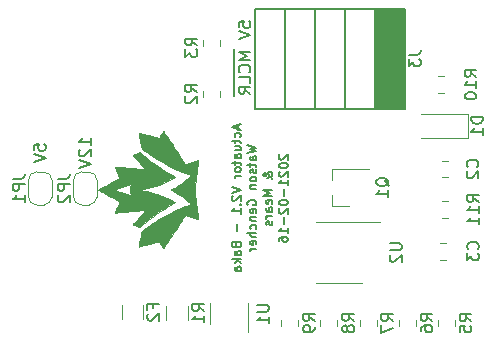
<source format=gbo>
G04 #@! TF.GenerationSoftware,KiCad,Pcbnew,(5.1.10)-1*
G04 #@! TF.CreationDate,2021-06-01T10:21:12-04:00*
G04 #@! TF.ProjectId,actuator,61637475-6174-46f7-922e-6b696361645f,rev?*
G04 #@! TF.SameCoordinates,Original*
G04 #@! TF.FileFunction,Legend,Bot*
G04 #@! TF.FilePolarity,Positive*
%FSLAX46Y46*%
G04 Gerber Fmt 4.6, Leading zero omitted, Abs format (unit mm)*
G04 Created by KiCad (PCBNEW (5.1.10)-1) date 2021-06-01 10:21:12*
%MOMM*%
%LPD*%
G01*
G04 APERTURE LIST*
%ADD10C,0.150000*%
%ADD11C,0.190500*%
%ADD12C,0.120000*%
%ADD13C,0.010000*%
G04 APERTURE END LIST*
D10*
X112720380Y-113426952D02*
X112720380Y-112855523D01*
X112720380Y-113141238D02*
X111720380Y-113141238D01*
X111863238Y-113046000D01*
X111958476Y-112950761D01*
X112006095Y-112855523D01*
X111815619Y-113807904D02*
X111768000Y-113855523D01*
X111720380Y-113950761D01*
X111720380Y-114188857D01*
X111768000Y-114284095D01*
X111815619Y-114331714D01*
X111910857Y-114379333D01*
X112006095Y-114379333D01*
X112148952Y-114331714D01*
X112720380Y-113760285D01*
X112720380Y-114379333D01*
X111720380Y-114665047D02*
X112720380Y-114998380D01*
X111720380Y-115331714D01*
X107910380Y-113855523D02*
X107910380Y-113379333D01*
X108386571Y-113331714D01*
X108338952Y-113379333D01*
X108291333Y-113474571D01*
X108291333Y-113712666D01*
X108338952Y-113807904D01*
X108386571Y-113855523D01*
X108481809Y-113903142D01*
X108719904Y-113903142D01*
X108815142Y-113855523D01*
X108862761Y-113807904D01*
X108910380Y-113712666D01*
X108910380Y-113474571D01*
X108862761Y-113379333D01*
X108815142Y-113331714D01*
X107910380Y-114188857D02*
X108910380Y-114522190D01*
X107910380Y-114855523D01*
X125258580Y-103446580D02*
X125258580Y-102970390D01*
X125734771Y-102922771D01*
X125687152Y-102970390D01*
X125639533Y-103065628D01*
X125639533Y-103303723D01*
X125687152Y-103398961D01*
X125734771Y-103446580D01*
X125830009Y-103494200D01*
X126068104Y-103494200D01*
X126163342Y-103446580D01*
X126210961Y-103398961D01*
X126258580Y-103303723D01*
X126258580Y-103065628D01*
X126210961Y-102970390D01*
X126163342Y-102922771D01*
X125258580Y-103779914D02*
X126258580Y-104113247D01*
X125258580Y-104446580D01*
X124891200Y-105303723D02*
X124891200Y-106446580D01*
X126258580Y-105541819D02*
X125258580Y-105541819D01*
X125972866Y-105875152D01*
X125258580Y-106208485D01*
X126258580Y-106208485D01*
X124891200Y-106446580D02*
X124891200Y-107446580D01*
X126163342Y-107256104D02*
X126210961Y-107208485D01*
X126258580Y-107065628D01*
X126258580Y-106970390D01*
X126210961Y-106827533D01*
X126115723Y-106732295D01*
X126020485Y-106684676D01*
X125830009Y-106637057D01*
X125687152Y-106637057D01*
X125496676Y-106684676D01*
X125401438Y-106732295D01*
X125306200Y-106827533D01*
X125258580Y-106970390D01*
X125258580Y-107065628D01*
X125306200Y-107208485D01*
X125353819Y-107256104D01*
X124891200Y-107446580D02*
X124891200Y-108256104D01*
X126258580Y-108160866D02*
X126258580Y-107684676D01*
X125258580Y-107684676D01*
X124891200Y-108256104D02*
X124891200Y-109256104D01*
X126258580Y-109065628D02*
X125782390Y-108732295D01*
X126258580Y-108494200D02*
X125258580Y-108494200D01*
X125258580Y-108875152D01*
X125306200Y-108970390D01*
X125353819Y-109018009D01*
X125449057Y-109065628D01*
X125591914Y-109065628D01*
X125687152Y-109018009D01*
X125734771Y-108970390D01*
X125782390Y-108875152D01*
X125782390Y-108494200D01*
D11*
X125215650Y-111750928D02*
X125215650Y-112113785D01*
X125433364Y-111678357D02*
X124671364Y-111932357D01*
X125433364Y-112186357D01*
X125397078Y-112766928D02*
X125433364Y-112694357D01*
X125433364Y-112549214D01*
X125397078Y-112476642D01*
X125360792Y-112440357D01*
X125288221Y-112404071D01*
X125070507Y-112404071D01*
X124997935Y-112440357D01*
X124961650Y-112476642D01*
X124925364Y-112549214D01*
X124925364Y-112694357D01*
X124961650Y-112766928D01*
X124925364Y-112984642D02*
X124925364Y-113274928D01*
X124671364Y-113093500D02*
X125324507Y-113093500D01*
X125397078Y-113129785D01*
X125433364Y-113202357D01*
X125433364Y-113274928D01*
X124925364Y-113855500D02*
X125433364Y-113855500D01*
X124925364Y-113528928D02*
X125324507Y-113528928D01*
X125397078Y-113565214D01*
X125433364Y-113637785D01*
X125433364Y-113746642D01*
X125397078Y-113819214D01*
X125360792Y-113855500D01*
X125433364Y-114544928D02*
X125034221Y-114544928D01*
X124961650Y-114508642D01*
X124925364Y-114436071D01*
X124925364Y-114290928D01*
X124961650Y-114218357D01*
X125397078Y-114544928D02*
X125433364Y-114472357D01*
X125433364Y-114290928D01*
X125397078Y-114218357D01*
X125324507Y-114182071D01*
X125251935Y-114182071D01*
X125179364Y-114218357D01*
X125143078Y-114290928D01*
X125143078Y-114472357D01*
X125106792Y-114544928D01*
X124925364Y-114798928D02*
X124925364Y-115089214D01*
X124671364Y-114907785D02*
X125324507Y-114907785D01*
X125397078Y-114944071D01*
X125433364Y-115016642D01*
X125433364Y-115089214D01*
X125433364Y-115452071D02*
X125397078Y-115379500D01*
X125360792Y-115343214D01*
X125288221Y-115306928D01*
X125070507Y-115306928D01*
X124997935Y-115343214D01*
X124961650Y-115379500D01*
X124925364Y-115452071D01*
X124925364Y-115560928D01*
X124961650Y-115633500D01*
X124997935Y-115669785D01*
X125070507Y-115706071D01*
X125288221Y-115706071D01*
X125360792Y-115669785D01*
X125397078Y-115633500D01*
X125433364Y-115560928D01*
X125433364Y-115452071D01*
X125433364Y-116032642D02*
X124925364Y-116032642D01*
X125070507Y-116032642D02*
X124997935Y-116068928D01*
X124961650Y-116105214D01*
X124925364Y-116177785D01*
X124925364Y-116250357D01*
X124671364Y-116976071D02*
X125433364Y-117230071D01*
X124671364Y-117484071D01*
X124743935Y-117701785D02*
X124707650Y-117738071D01*
X124671364Y-117810642D01*
X124671364Y-117992071D01*
X124707650Y-118064642D01*
X124743935Y-118100928D01*
X124816507Y-118137214D01*
X124889078Y-118137214D01*
X124997935Y-118100928D01*
X125433364Y-117665499D01*
X125433364Y-118137214D01*
X125360792Y-118463785D02*
X125397078Y-118500071D01*
X125433364Y-118463785D01*
X125397078Y-118427499D01*
X125360792Y-118463785D01*
X125433364Y-118463785D01*
X125433364Y-119225785D02*
X125433364Y-118790357D01*
X125433364Y-119008071D02*
X124671364Y-119008071D01*
X124780221Y-118935499D01*
X124852792Y-118862928D01*
X124889078Y-118790357D01*
X125143078Y-120132928D02*
X125143078Y-120713499D01*
X125034221Y-121910928D02*
X125070507Y-122019785D01*
X125106792Y-122056071D01*
X125179364Y-122092357D01*
X125288221Y-122092357D01*
X125360792Y-122056071D01*
X125397078Y-122019785D01*
X125433364Y-121947214D01*
X125433364Y-121656928D01*
X124671364Y-121656928D01*
X124671364Y-121910928D01*
X124707650Y-121983499D01*
X124743935Y-122019785D01*
X124816507Y-122056071D01*
X124889078Y-122056071D01*
X124961650Y-122019785D01*
X124997935Y-121983499D01*
X125034221Y-121910928D01*
X125034221Y-121656928D01*
X125433364Y-122745499D02*
X125034221Y-122745499D01*
X124961650Y-122709214D01*
X124925364Y-122636642D01*
X124925364Y-122491499D01*
X124961650Y-122418928D01*
X125397078Y-122745499D02*
X125433364Y-122672928D01*
X125433364Y-122491499D01*
X125397078Y-122418928D01*
X125324507Y-122382642D01*
X125251935Y-122382642D01*
X125179364Y-122418928D01*
X125143078Y-122491499D01*
X125143078Y-122672928D01*
X125106792Y-122745499D01*
X125433364Y-123108357D02*
X124671364Y-123108357D01*
X125143078Y-123180928D02*
X125433364Y-123398642D01*
X124925364Y-123398642D02*
X125215650Y-123108357D01*
X125433364Y-124051785D02*
X125034221Y-124051785D01*
X124961650Y-124015499D01*
X124925364Y-123942928D01*
X124925364Y-123797785D01*
X124961650Y-123725214D01*
X125397078Y-124051785D02*
X125433364Y-123979214D01*
X125433364Y-123797785D01*
X125397078Y-123725214D01*
X125324507Y-123688928D01*
X125251935Y-123688928D01*
X125179364Y-123725214D01*
X125143078Y-123797785D01*
X125143078Y-123979214D01*
X125106792Y-124051785D01*
X126004864Y-113456357D02*
X126766864Y-113637785D01*
X126222578Y-113782928D01*
X126766864Y-113928071D01*
X126004864Y-114109500D01*
X126766864Y-114726357D02*
X126367721Y-114726357D01*
X126295150Y-114690071D01*
X126258864Y-114617500D01*
X126258864Y-114472357D01*
X126295150Y-114399785D01*
X126730578Y-114726357D02*
X126766864Y-114653785D01*
X126766864Y-114472357D01*
X126730578Y-114399785D01*
X126658007Y-114363500D01*
X126585435Y-114363500D01*
X126512864Y-114399785D01*
X126476578Y-114472357D01*
X126476578Y-114653785D01*
X126440292Y-114726357D01*
X126258864Y-114980357D02*
X126258864Y-115270642D01*
X126004864Y-115089214D02*
X126658007Y-115089214D01*
X126730578Y-115125500D01*
X126766864Y-115198071D01*
X126766864Y-115270642D01*
X126730578Y-115488357D02*
X126766864Y-115560928D01*
X126766864Y-115706071D01*
X126730578Y-115778642D01*
X126658007Y-115814928D01*
X126621721Y-115814928D01*
X126549150Y-115778642D01*
X126512864Y-115706071D01*
X126512864Y-115597214D01*
X126476578Y-115524642D01*
X126404007Y-115488357D01*
X126367721Y-115488357D01*
X126295150Y-115524642D01*
X126258864Y-115597214D01*
X126258864Y-115706071D01*
X126295150Y-115778642D01*
X126766864Y-116250357D02*
X126730578Y-116177785D01*
X126694292Y-116141500D01*
X126621721Y-116105214D01*
X126404007Y-116105214D01*
X126331435Y-116141500D01*
X126295150Y-116177785D01*
X126258864Y-116250357D01*
X126258864Y-116359214D01*
X126295150Y-116431785D01*
X126331435Y-116468071D01*
X126404007Y-116504357D01*
X126621721Y-116504357D01*
X126694292Y-116468071D01*
X126730578Y-116431785D01*
X126766864Y-116359214D01*
X126766864Y-116250357D01*
X126258864Y-116830928D02*
X126766864Y-116830928D01*
X126331435Y-116830928D02*
X126295150Y-116867214D01*
X126258864Y-116939785D01*
X126258864Y-117048642D01*
X126295150Y-117121214D01*
X126367721Y-117157500D01*
X126766864Y-117157500D01*
X126041150Y-118500071D02*
X126004864Y-118427500D01*
X126004864Y-118318642D01*
X126041150Y-118209785D01*
X126113721Y-118137214D01*
X126186292Y-118100928D01*
X126331435Y-118064642D01*
X126440292Y-118064642D01*
X126585435Y-118100928D01*
X126658007Y-118137214D01*
X126730578Y-118209785D01*
X126766864Y-118318642D01*
X126766864Y-118391214D01*
X126730578Y-118500071D01*
X126694292Y-118536357D01*
X126440292Y-118536357D01*
X126440292Y-118391214D01*
X126730578Y-119153214D02*
X126766864Y-119080642D01*
X126766864Y-118935500D01*
X126730578Y-118862928D01*
X126658007Y-118826642D01*
X126367721Y-118826642D01*
X126295150Y-118862928D01*
X126258864Y-118935500D01*
X126258864Y-119080642D01*
X126295150Y-119153214D01*
X126367721Y-119189500D01*
X126440292Y-119189500D01*
X126512864Y-118826642D01*
X126258864Y-119516071D02*
X126766864Y-119516071D01*
X126331435Y-119516071D02*
X126295150Y-119552357D01*
X126258864Y-119624928D01*
X126258864Y-119733785D01*
X126295150Y-119806357D01*
X126367721Y-119842642D01*
X126766864Y-119842642D01*
X126730578Y-120532071D02*
X126766864Y-120459500D01*
X126766864Y-120314357D01*
X126730578Y-120241785D01*
X126694292Y-120205500D01*
X126621721Y-120169214D01*
X126404007Y-120169214D01*
X126331435Y-120205500D01*
X126295150Y-120241785D01*
X126258864Y-120314357D01*
X126258864Y-120459500D01*
X126295150Y-120532071D01*
X126766864Y-120858642D02*
X126004864Y-120858642D01*
X126766864Y-121185214D02*
X126367721Y-121185214D01*
X126295150Y-121148928D01*
X126258864Y-121076357D01*
X126258864Y-120967500D01*
X126295150Y-120894928D01*
X126331435Y-120858642D01*
X126730578Y-121838357D02*
X126766864Y-121765785D01*
X126766864Y-121620642D01*
X126730578Y-121548071D01*
X126658007Y-121511785D01*
X126367721Y-121511785D01*
X126295150Y-121548071D01*
X126258864Y-121620642D01*
X126258864Y-121765785D01*
X126295150Y-121838357D01*
X126367721Y-121874642D01*
X126440292Y-121874642D01*
X126512864Y-121511785D01*
X126766864Y-122201214D02*
X126258864Y-122201214D01*
X126404007Y-122201214D02*
X126331435Y-122237500D01*
X126295150Y-122273785D01*
X126258864Y-122346357D01*
X126258864Y-122418928D01*
X128100364Y-116304785D02*
X128100364Y-116268500D01*
X128064078Y-116195928D01*
X127955221Y-116087071D01*
X127737507Y-115905642D01*
X127628650Y-115833071D01*
X127519792Y-115796785D01*
X127447221Y-115796785D01*
X127374650Y-115833071D01*
X127338364Y-115905642D01*
X127338364Y-115941928D01*
X127374650Y-116014500D01*
X127447221Y-116050785D01*
X127483507Y-116050785D01*
X127556078Y-116014500D01*
X127592364Y-115978214D01*
X127737507Y-115760500D01*
X127773792Y-115724214D01*
X127846364Y-115687928D01*
X127955221Y-115687928D01*
X128027792Y-115724214D01*
X128064078Y-115760500D01*
X128100364Y-115833071D01*
X128100364Y-115941928D01*
X128064078Y-116014500D01*
X128027792Y-116050785D01*
X127882650Y-116159642D01*
X127773792Y-116195928D01*
X127701221Y-116195928D01*
X128100364Y-117211928D02*
X127338364Y-117211928D01*
X127882650Y-117465928D01*
X127338364Y-117719928D01*
X128100364Y-117719928D01*
X128064078Y-118373071D02*
X128100364Y-118300500D01*
X128100364Y-118155357D01*
X128064078Y-118082785D01*
X127991507Y-118046500D01*
X127701221Y-118046500D01*
X127628650Y-118082785D01*
X127592364Y-118155357D01*
X127592364Y-118300500D01*
X127628650Y-118373071D01*
X127701221Y-118409357D01*
X127773792Y-118409357D01*
X127846364Y-118046500D01*
X128100364Y-119062500D02*
X127701221Y-119062500D01*
X127628650Y-119026214D01*
X127592364Y-118953642D01*
X127592364Y-118808500D01*
X127628650Y-118735928D01*
X128064078Y-119062500D02*
X128100364Y-118989928D01*
X128100364Y-118808500D01*
X128064078Y-118735928D01*
X127991507Y-118699642D01*
X127918935Y-118699642D01*
X127846364Y-118735928D01*
X127810078Y-118808500D01*
X127810078Y-118989928D01*
X127773792Y-119062500D01*
X128100364Y-119425357D02*
X127592364Y-119425357D01*
X127737507Y-119425357D02*
X127664935Y-119461642D01*
X127628650Y-119497928D01*
X127592364Y-119570500D01*
X127592364Y-119643071D01*
X128064078Y-119860785D02*
X128100364Y-119933357D01*
X128100364Y-120078500D01*
X128064078Y-120151071D01*
X127991507Y-120187357D01*
X127955221Y-120187357D01*
X127882650Y-120151071D01*
X127846364Y-120078500D01*
X127846364Y-119969642D01*
X127810078Y-119897071D01*
X127737507Y-119860785D01*
X127701221Y-119860785D01*
X127628650Y-119897071D01*
X127592364Y-119969642D01*
X127592364Y-120078500D01*
X127628650Y-120151071D01*
X128744435Y-114218357D02*
X128708150Y-114254642D01*
X128671864Y-114327214D01*
X128671864Y-114508642D01*
X128708150Y-114581214D01*
X128744435Y-114617500D01*
X128817007Y-114653785D01*
X128889578Y-114653785D01*
X128998435Y-114617500D01*
X129433864Y-114182071D01*
X129433864Y-114653785D01*
X128671864Y-115125500D02*
X128671864Y-115198071D01*
X128708150Y-115270642D01*
X128744435Y-115306928D01*
X128817007Y-115343214D01*
X128962150Y-115379500D01*
X129143578Y-115379500D01*
X129288721Y-115343214D01*
X129361292Y-115306928D01*
X129397578Y-115270642D01*
X129433864Y-115198071D01*
X129433864Y-115125500D01*
X129397578Y-115052928D01*
X129361292Y-115016642D01*
X129288721Y-114980357D01*
X129143578Y-114944071D01*
X128962150Y-114944071D01*
X128817007Y-114980357D01*
X128744435Y-115016642D01*
X128708150Y-115052928D01*
X128671864Y-115125500D01*
X128744435Y-115669785D02*
X128708150Y-115706071D01*
X128671864Y-115778642D01*
X128671864Y-115960071D01*
X128708150Y-116032642D01*
X128744435Y-116068928D01*
X128817007Y-116105214D01*
X128889578Y-116105214D01*
X128998435Y-116068928D01*
X129433864Y-115633500D01*
X129433864Y-116105214D01*
X129433864Y-116830928D02*
X129433864Y-116395500D01*
X129433864Y-116613214D02*
X128671864Y-116613214D01*
X128780721Y-116540642D01*
X128853292Y-116468071D01*
X128889578Y-116395500D01*
X129143578Y-117157500D02*
X129143578Y-117738071D01*
X128671864Y-118246071D02*
X128671864Y-118318642D01*
X128708150Y-118391214D01*
X128744435Y-118427500D01*
X128817007Y-118463785D01*
X128962150Y-118500071D01*
X129143578Y-118500071D01*
X129288721Y-118463785D01*
X129361292Y-118427500D01*
X129397578Y-118391214D01*
X129433864Y-118318642D01*
X129433864Y-118246071D01*
X129397578Y-118173500D01*
X129361292Y-118137214D01*
X129288721Y-118100928D01*
X129143578Y-118064642D01*
X128962150Y-118064642D01*
X128817007Y-118100928D01*
X128744435Y-118137214D01*
X128708150Y-118173500D01*
X128671864Y-118246071D01*
X128744435Y-118790357D02*
X128708150Y-118826642D01*
X128671864Y-118899214D01*
X128671864Y-119080642D01*
X128708150Y-119153214D01*
X128744435Y-119189500D01*
X128817007Y-119225785D01*
X128889578Y-119225785D01*
X128998435Y-119189500D01*
X129433864Y-118754071D01*
X129433864Y-119225785D01*
X129143578Y-119552357D02*
X129143578Y-120132928D01*
X129433864Y-120894928D02*
X129433864Y-120459500D01*
X129433864Y-120677214D02*
X128671864Y-120677214D01*
X128780721Y-120604642D01*
X128853292Y-120532071D01*
X128889578Y-120459500D01*
X128671864Y-121548071D02*
X128671864Y-121402928D01*
X128708150Y-121330357D01*
X128744435Y-121294071D01*
X128853292Y-121221500D01*
X128998435Y-121185214D01*
X129288721Y-121185214D01*
X129361292Y-121221500D01*
X129397578Y-121257785D01*
X129433864Y-121330357D01*
X129433864Y-121475500D01*
X129397578Y-121548071D01*
X129361292Y-121584357D01*
X129288721Y-121620642D01*
X129107292Y-121620642D01*
X129034721Y-121584357D01*
X128998435Y-121548071D01*
X128962150Y-121475500D01*
X128962150Y-121330357D01*
X128998435Y-121257785D01*
X129034721Y-121221500D01*
X129107292Y-121185214D01*
D12*
X123646000Y-105056678D02*
X123646000Y-104539522D01*
X122226000Y-105056678D02*
X122226000Y-104539522D01*
D13*
G36*
X116789939Y-112396993D02*
G01*
X116796799Y-112435666D01*
X116808060Y-112496304D01*
X116823210Y-112576238D01*
X116841742Y-112672798D01*
X116863144Y-112783317D01*
X116886909Y-112905124D01*
X116912526Y-113035551D01*
X116912967Y-113037788D01*
X116944947Y-113198954D01*
X116972363Y-113334550D01*
X116995630Y-113446392D01*
X117015159Y-113536295D01*
X117031365Y-113606078D01*
X117044660Y-113657556D01*
X117055457Y-113692547D01*
X117064169Y-113712865D01*
X117067608Y-113717804D01*
X117094453Y-113742747D01*
X117141311Y-113781052D01*
X117205132Y-113830493D01*
X117282866Y-113888847D01*
X117371463Y-113953888D01*
X117467874Y-114023392D01*
X117569048Y-114095133D01*
X117671937Y-114166888D01*
X117773490Y-114236430D01*
X117838467Y-114280146D01*
X118156668Y-114486683D01*
X118485552Y-114689037D01*
X118820858Y-114884908D01*
X119158325Y-115071997D01*
X119493694Y-115248003D01*
X119822703Y-115410626D01*
X120141092Y-115557568D01*
X120441233Y-115685163D01*
X120523260Y-115717332D01*
X120616875Y-115752299D01*
X120717236Y-115788421D01*
X120819498Y-115824060D01*
X120918817Y-115857573D01*
X121010352Y-115887320D01*
X121089258Y-115911660D01*
X121150691Y-115928952D01*
X121182744Y-115936377D01*
X121216030Y-115944893D01*
X121233689Y-115953840D01*
X121234548Y-115955753D01*
X121224468Y-115969108D01*
X121196284Y-115997744D01*
X121153081Y-116038891D01*
X121097946Y-116089776D01*
X121033962Y-116147631D01*
X120964216Y-116209684D01*
X120891793Y-116273164D01*
X120819778Y-116335302D01*
X120751256Y-116393327D01*
X120700079Y-116435698D01*
X120536280Y-116565462D01*
X120374245Y-116684959D01*
X120207624Y-116798434D01*
X120030069Y-116910135D01*
X119835229Y-117024307D01*
X119740942Y-117077223D01*
X119671513Y-117116626D01*
X119612332Y-117151931D01*
X119567010Y-117180840D01*
X119539158Y-117201055D01*
X119532175Y-117210118D01*
X119548292Y-117220652D01*
X119583695Y-117241285D01*
X119633112Y-117269010D01*
X119689672Y-117299956D01*
X119961432Y-117453777D01*
X120211619Y-117610093D01*
X120446450Y-117773020D01*
X120672139Y-117946674D01*
X120698713Y-117968274D01*
X120762421Y-118021161D01*
X120832080Y-118080368D01*
X120904611Y-118143133D01*
X120976936Y-118206690D01*
X121045977Y-118268278D01*
X121108657Y-118325132D01*
X121161896Y-118374489D01*
X121202618Y-118413584D01*
X121227743Y-118439655D01*
X121234548Y-118449365D01*
X121222361Y-118457857D01*
X121192137Y-118466819D01*
X121182744Y-118468741D01*
X121137851Y-118479571D01*
X121071800Y-118498697D01*
X120989434Y-118524479D01*
X120895597Y-118555276D01*
X120795133Y-118589447D01*
X120692886Y-118625351D01*
X120593697Y-118661346D01*
X120502412Y-118695793D01*
X120441233Y-118719955D01*
X120143402Y-118846584D01*
X119830521Y-118990917D01*
X119506883Y-119150635D01*
X119176779Y-119323423D01*
X118844501Y-119506965D01*
X118514342Y-119698944D01*
X118190592Y-119897044D01*
X117877543Y-120098949D01*
X117840501Y-120123590D01*
X117741644Y-120190355D01*
X117639388Y-120260822D01*
X117536778Y-120332769D01*
X117436859Y-120403976D01*
X117342678Y-120472224D01*
X117257278Y-120535290D01*
X117183707Y-120590956D01*
X117125008Y-120637000D01*
X117084228Y-120671203D01*
X117068158Y-120686706D01*
X117060221Y-120701412D01*
X117050132Y-120731181D01*
X117037504Y-120777713D01*
X117021953Y-120842703D01*
X117003094Y-120927848D01*
X116980541Y-121034847D01*
X116953909Y-121165395D01*
X116922813Y-121321190D01*
X116913816Y-121366722D01*
X116888127Y-121497332D01*
X116864273Y-121619367D01*
X116842763Y-121730162D01*
X116824110Y-121827047D01*
X116808824Y-121907355D01*
X116797415Y-121968418D01*
X116790395Y-122007570D01*
X116788274Y-122022141D01*
X116788286Y-122022163D01*
X116801686Y-122019341D01*
X116839291Y-122010314D01*
X116898342Y-121995783D01*
X116976077Y-121976447D01*
X117069738Y-121953007D01*
X117176563Y-121926164D01*
X117293794Y-121896617D01*
X117418668Y-121865066D01*
X117548427Y-121832213D01*
X117680310Y-121798757D01*
X117811557Y-121765398D01*
X117939407Y-121732837D01*
X118061102Y-121701774D01*
X118173880Y-121672910D01*
X118274981Y-121646944D01*
X118361645Y-121624576D01*
X118431113Y-121606508D01*
X118480623Y-121593439D01*
X118507416Y-121586069D01*
X118508481Y-121585751D01*
X118519082Y-121589130D01*
X118535195Y-121605735D01*
X118558232Y-121637717D01*
X118589607Y-121687230D01*
X118630732Y-121756426D01*
X118683021Y-121847458D01*
X118700633Y-121878530D01*
X118747680Y-121960989D01*
X118790570Y-122034768D01*
X118827331Y-122096588D01*
X118855994Y-122143172D01*
X118874588Y-122171241D01*
X118880799Y-122178175D01*
X118889622Y-122166749D01*
X118912694Y-122133418D01*
X118949075Y-122079605D01*
X118997826Y-122006733D01*
X119058007Y-121916223D01*
X119128680Y-121809499D01*
X119208904Y-121687983D01*
X119297740Y-121553097D01*
X119394249Y-121406263D01*
X119497492Y-121248905D01*
X119606528Y-121082445D01*
X119720419Y-120908304D01*
X119809030Y-120772638D01*
X119926004Y-120593618D01*
X120038882Y-120421200D01*
X120146720Y-120256810D01*
X120248575Y-120101871D01*
X120343504Y-119957805D01*
X120430564Y-119826036D01*
X120508813Y-119707987D01*
X120577307Y-119605081D01*
X120635102Y-119518743D01*
X120681257Y-119450395D01*
X120714828Y-119401460D01*
X120734872Y-119373362D01*
X120740466Y-119366818D01*
X120756370Y-119370833D01*
X120795896Y-119382410D01*
X120856145Y-119400654D01*
X120934218Y-119424673D01*
X121027218Y-119453573D01*
X121132245Y-119486460D01*
X121246400Y-119522441D01*
X121287334Y-119535397D01*
X121403683Y-119571973D01*
X121511715Y-119605381D01*
X121608568Y-119634776D01*
X121691382Y-119659316D01*
X121757297Y-119678157D01*
X121803452Y-119690456D01*
X121826987Y-119695370D01*
X121829362Y-119695179D01*
X121829074Y-119680331D01*
X121825633Y-119639822D01*
X121819262Y-119575623D01*
X121810180Y-119489704D01*
X121798609Y-119384033D01*
X121784769Y-119260582D01*
X121768882Y-119121321D01*
X121751167Y-118968218D01*
X121731847Y-118803245D01*
X121711142Y-118628371D01*
X121689273Y-118445566D01*
X121689124Y-118444329D01*
X121539808Y-117202559D01*
X121686411Y-115986236D01*
X121708254Y-115804641D01*
X121729114Y-115630517D01*
X121748748Y-115465908D01*
X121766919Y-115312855D01*
X121783387Y-115173403D01*
X121797911Y-115049594D01*
X121810251Y-114943470D01*
X121820169Y-114857076D01*
X121827423Y-114792454D01*
X121831775Y-114751647D01*
X121833014Y-114737112D01*
X121828837Y-114711914D01*
X121821463Y-114704312D01*
X121806076Y-114708388D01*
X121767068Y-114720016D01*
X121707338Y-114738296D01*
X121629788Y-114762327D01*
X121537316Y-114791211D01*
X121432824Y-114824046D01*
X121319210Y-114859934D01*
X121283261Y-114871326D01*
X121167287Y-114907985D01*
X121059408Y-114941857D01*
X120962546Y-114972041D01*
X120879627Y-114997635D01*
X120813575Y-115017739D01*
X120767316Y-115031451D01*
X120743773Y-115037870D01*
X120741579Y-115038239D01*
X120732202Y-115026797D01*
X120708590Y-114993446D01*
X120671688Y-114939607D01*
X120622439Y-114866706D01*
X120561787Y-114776165D01*
X120490679Y-114669406D01*
X120410056Y-114547853D01*
X120320865Y-114412929D01*
X120224049Y-114266057D01*
X120120552Y-114108660D01*
X120011319Y-113942162D01*
X119897295Y-113767984D01*
X119808790Y-113632541D01*
X119691835Y-113453549D01*
X119579031Y-113281162D01*
X119471315Y-113116803D01*
X119369627Y-112961895D01*
X119274907Y-112817859D01*
X119188094Y-112686117D01*
X119110127Y-112568092D01*
X119041944Y-112465206D01*
X118984487Y-112378882D01*
X118938692Y-112310541D01*
X118905501Y-112261606D01*
X118885852Y-112233499D01*
X118880559Y-112226943D01*
X118871112Y-112238551D01*
X118850074Y-112271193D01*
X118819414Y-112321589D01*
X118781099Y-112386463D01*
X118737097Y-112462536D01*
X118700633Y-112526588D01*
X118644812Y-112624415D01*
X118600567Y-112699777D01*
X118566486Y-112754826D01*
X118541155Y-112791714D01*
X118523163Y-112812594D01*
X118511095Y-112819620D01*
X118508481Y-112819367D01*
X118483447Y-112812432D01*
X118435491Y-112799747D01*
X118367374Y-112782013D01*
X118281855Y-112759930D01*
X118181697Y-112734198D01*
X118069658Y-112705518D01*
X117948500Y-112674589D01*
X117820983Y-112642112D01*
X117689868Y-112608786D01*
X117557914Y-112575313D01*
X117427882Y-112542392D01*
X117302534Y-112510724D01*
X117184628Y-112481009D01*
X117076926Y-112453946D01*
X116982188Y-112430237D01*
X116903175Y-112410581D01*
X116842647Y-112395679D01*
X116803364Y-112386230D01*
X116788087Y-112382935D01*
X116787987Y-112382954D01*
X116789939Y-112396993D01*
G37*
X116789939Y-112396993D02*
X116796799Y-112435666D01*
X116808060Y-112496304D01*
X116823210Y-112576238D01*
X116841742Y-112672798D01*
X116863144Y-112783317D01*
X116886909Y-112905124D01*
X116912526Y-113035551D01*
X116912967Y-113037788D01*
X116944947Y-113198954D01*
X116972363Y-113334550D01*
X116995630Y-113446392D01*
X117015159Y-113536295D01*
X117031365Y-113606078D01*
X117044660Y-113657556D01*
X117055457Y-113692547D01*
X117064169Y-113712865D01*
X117067608Y-113717804D01*
X117094453Y-113742747D01*
X117141311Y-113781052D01*
X117205132Y-113830493D01*
X117282866Y-113888847D01*
X117371463Y-113953888D01*
X117467874Y-114023392D01*
X117569048Y-114095133D01*
X117671937Y-114166888D01*
X117773490Y-114236430D01*
X117838467Y-114280146D01*
X118156668Y-114486683D01*
X118485552Y-114689037D01*
X118820858Y-114884908D01*
X119158325Y-115071997D01*
X119493694Y-115248003D01*
X119822703Y-115410626D01*
X120141092Y-115557568D01*
X120441233Y-115685163D01*
X120523260Y-115717332D01*
X120616875Y-115752299D01*
X120717236Y-115788421D01*
X120819498Y-115824060D01*
X120918817Y-115857573D01*
X121010352Y-115887320D01*
X121089258Y-115911660D01*
X121150691Y-115928952D01*
X121182744Y-115936377D01*
X121216030Y-115944893D01*
X121233689Y-115953840D01*
X121234548Y-115955753D01*
X121224468Y-115969108D01*
X121196284Y-115997744D01*
X121153081Y-116038891D01*
X121097946Y-116089776D01*
X121033962Y-116147631D01*
X120964216Y-116209684D01*
X120891793Y-116273164D01*
X120819778Y-116335302D01*
X120751256Y-116393327D01*
X120700079Y-116435698D01*
X120536280Y-116565462D01*
X120374245Y-116684959D01*
X120207624Y-116798434D01*
X120030069Y-116910135D01*
X119835229Y-117024307D01*
X119740942Y-117077223D01*
X119671513Y-117116626D01*
X119612332Y-117151931D01*
X119567010Y-117180840D01*
X119539158Y-117201055D01*
X119532175Y-117210118D01*
X119548292Y-117220652D01*
X119583695Y-117241285D01*
X119633112Y-117269010D01*
X119689672Y-117299956D01*
X119961432Y-117453777D01*
X120211619Y-117610093D01*
X120446450Y-117773020D01*
X120672139Y-117946674D01*
X120698713Y-117968274D01*
X120762421Y-118021161D01*
X120832080Y-118080368D01*
X120904611Y-118143133D01*
X120976936Y-118206690D01*
X121045977Y-118268278D01*
X121108657Y-118325132D01*
X121161896Y-118374489D01*
X121202618Y-118413584D01*
X121227743Y-118439655D01*
X121234548Y-118449365D01*
X121222361Y-118457857D01*
X121192137Y-118466819D01*
X121182744Y-118468741D01*
X121137851Y-118479571D01*
X121071800Y-118498697D01*
X120989434Y-118524479D01*
X120895597Y-118555276D01*
X120795133Y-118589447D01*
X120692886Y-118625351D01*
X120593697Y-118661346D01*
X120502412Y-118695793D01*
X120441233Y-118719955D01*
X120143402Y-118846584D01*
X119830521Y-118990917D01*
X119506883Y-119150635D01*
X119176779Y-119323423D01*
X118844501Y-119506965D01*
X118514342Y-119698944D01*
X118190592Y-119897044D01*
X117877543Y-120098949D01*
X117840501Y-120123590D01*
X117741644Y-120190355D01*
X117639388Y-120260822D01*
X117536778Y-120332769D01*
X117436859Y-120403976D01*
X117342678Y-120472224D01*
X117257278Y-120535290D01*
X117183707Y-120590956D01*
X117125008Y-120637000D01*
X117084228Y-120671203D01*
X117068158Y-120686706D01*
X117060221Y-120701412D01*
X117050132Y-120731181D01*
X117037504Y-120777713D01*
X117021953Y-120842703D01*
X117003094Y-120927848D01*
X116980541Y-121034847D01*
X116953909Y-121165395D01*
X116922813Y-121321190D01*
X116913816Y-121366722D01*
X116888127Y-121497332D01*
X116864273Y-121619367D01*
X116842763Y-121730162D01*
X116824110Y-121827047D01*
X116808824Y-121907355D01*
X116797415Y-121968418D01*
X116790395Y-122007570D01*
X116788274Y-122022141D01*
X116788286Y-122022163D01*
X116801686Y-122019341D01*
X116839291Y-122010314D01*
X116898342Y-121995783D01*
X116976077Y-121976447D01*
X117069738Y-121953007D01*
X117176563Y-121926164D01*
X117293794Y-121896617D01*
X117418668Y-121865066D01*
X117548427Y-121832213D01*
X117680310Y-121798757D01*
X117811557Y-121765398D01*
X117939407Y-121732837D01*
X118061102Y-121701774D01*
X118173880Y-121672910D01*
X118274981Y-121646944D01*
X118361645Y-121624576D01*
X118431113Y-121606508D01*
X118480623Y-121593439D01*
X118507416Y-121586069D01*
X118508481Y-121585751D01*
X118519082Y-121589130D01*
X118535195Y-121605735D01*
X118558232Y-121637717D01*
X118589607Y-121687230D01*
X118630732Y-121756426D01*
X118683021Y-121847458D01*
X118700633Y-121878530D01*
X118747680Y-121960989D01*
X118790570Y-122034768D01*
X118827331Y-122096588D01*
X118855994Y-122143172D01*
X118874588Y-122171241D01*
X118880799Y-122178175D01*
X118889622Y-122166749D01*
X118912694Y-122133418D01*
X118949075Y-122079605D01*
X118997826Y-122006733D01*
X119058007Y-121916223D01*
X119128680Y-121809499D01*
X119208904Y-121687983D01*
X119297740Y-121553097D01*
X119394249Y-121406263D01*
X119497492Y-121248905D01*
X119606528Y-121082445D01*
X119720419Y-120908304D01*
X119809030Y-120772638D01*
X119926004Y-120593618D01*
X120038882Y-120421200D01*
X120146720Y-120256810D01*
X120248575Y-120101871D01*
X120343504Y-119957805D01*
X120430564Y-119826036D01*
X120508813Y-119707987D01*
X120577307Y-119605081D01*
X120635102Y-119518743D01*
X120681257Y-119450395D01*
X120714828Y-119401460D01*
X120734872Y-119373362D01*
X120740466Y-119366818D01*
X120756370Y-119370833D01*
X120795896Y-119382410D01*
X120856145Y-119400654D01*
X120934218Y-119424673D01*
X121027218Y-119453573D01*
X121132245Y-119486460D01*
X121246400Y-119522441D01*
X121287334Y-119535397D01*
X121403683Y-119571973D01*
X121511715Y-119605381D01*
X121608568Y-119634776D01*
X121691382Y-119659316D01*
X121757297Y-119678157D01*
X121803452Y-119690456D01*
X121826987Y-119695370D01*
X121829362Y-119695179D01*
X121829074Y-119680331D01*
X121825633Y-119639822D01*
X121819262Y-119575623D01*
X121810180Y-119489704D01*
X121798609Y-119384033D01*
X121784769Y-119260582D01*
X121768882Y-119121321D01*
X121751167Y-118968218D01*
X121731847Y-118803245D01*
X121711142Y-118628371D01*
X121689273Y-118445566D01*
X121689124Y-118444329D01*
X121539808Y-117202559D01*
X121686411Y-115986236D01*
X121708254Y-115804641D01*
X121729114Y-115630517D01*
X121748748Y-115465908D01*
X121766919Y-115312855D01*
X121783387Y-115173403D01*
X121797911Y-115049594D01*
X121810251Y-114943470D01*
X121820169Y-114857076D01*
X121827423Y-114792454D01*
X121831775Y-114751647D01*
X121833014Y-114737112D01*
X121828837Y-114711914D01*
X121821463Y-114704312D01*
X121806076Y-114708388D01*
X121767068Y-114720016D01*
X121707338Y-114738296D01*
X121629788Y-114762327D01*
X121537316Y-114791211D01*
X121432824Y-114824046D01*
X121319210Y-114859934D01*
X121283261Y-114871326D01*
X121167287Y-114907985D01*
X121059408Y-114941857D01*
X120962546Y-114972041D01*
X120879627Y-114997635D01*
X120813575Y-115017739D01*
X120767316Y-115031451D01*
X120743773Y-115037870D01*
X120741579Y-115038239D01*
X120732202Y-115026797D01*
X120708590Y-114993446D01*
X120671688Y-114939607D01*
X120622439Y-114866706D01*
X120561787Y-114776165D01*
X120490679Y-114669406D01*
X120410056Y-114547853D01*
X120320865Y-114412929D01*
X120224049Y-114266057D01*
X120120552Y-114108660D01*
X120011319Y-113942162D01*
X119897295Y-113767984D01*
X119808790Y-113632541D01*
X119691835Y-113453549D01*
X119579031Y-113281162D01*
X119471315Y-113116803D01*
X119369627Y-112961895D01*
X119274907Y-112817859D01*
X119188094Y-112686117D01*
X119110127Y-112568092D01*
X119041944Y-112465206D01*
X118984487Y-112378882D01*
X118938692Y-112310541D01*
X118905501Y-112261606D01*
X118885852Y-112233499D01*
X118880559Y-112226943D01*
X118871112Y-112238551D01*
X118850074Y-112271193D01*
X118819414Y-112321589D01*
X118781099Y-112386463D01*
X118737097Y-112462536D01*
X118700633Y-112526588D01*
X118644812Y-112624415D01*
X118600567Y-112699777D01*
X118566486Y-112754826D01*
X118541155Y-112791714D01*
X118523163Y-112812594D01*
X118511095Y-112819620D01*
X118508481Y-112819367D01*
X118483447Y-112812432D01*
X118435491Y-112799747D01*
X118367374Y-112782013D01*
X118281855Y-112759930D01*
X118181697Y-112734198D01*
X118069658Y-112705518D01*
X117948500Y-112674589D01*
X117820983Y-112642112D01*
X117689868Y-112608786D01*
X117557914Y-112575313D01*
X117427882Y-112542392D01*
X117302534Y-112510724D01*
X117184628Y-112481009D01*
X117076926Y-112453946D01*
X116982188Y-112430237D01*
X116903175Y-112410581D01*
X116842647Y-112395679D01*
X116803364Y-112386230D01*
X116788087Y-112382935D01*
X116787987Y-112382954D01*
X116789939Y-112396993D01*
G36*
X113397810Y-117211428D02*
G01*
X113432138Y-117232631D01*
X113486988Y-117265066D01*
X113560430Y-117307634D01*
X113650537Y-117359234D01*
X113755380Y-117418766D01*
X113873029Y-117485130D01*
X114001556Y-117557226D01*
X114139033Y-117633952D01*
X114258787Y-117700494D01*
X114402733Y-117780338D01*
X114539789Y-117856395D01*
X114667976Y-117927565D01*
X114785311Y-117992747D01*
X114889816Y-118050838D01*
X114979509Y-118100738D01*
X115052410Y-118141345D01*
X115106539Y-118171559D01*
X115139916Y-118190278D01*
X115150394Y-118196267D01*
X115153201Y-118204714D01*
X115149900Y-118224419D01*
X115139702Y-118257426D01*
X115121817Y-118305780D01*
X115095456Y-118371523D01*
X115059831Y-118456702D01*
X115014152Y-118563360D01*
X114964770Y-118677165D01*
X114918519Y-118784058D01*
X114876396Y-118882865D01*
X114839580Y-118970709D01*
X114809250Y-119044713D01*
X114786585Y-119101998D01*
X114772763Y-119139686D01*
X114768964Y-119154901D01*
X114769034Y-119154999D01*
X114783846Y-119154960D01*
X114824416Y-119152390D01*
X114888798Y-119147459D01*
X114975044Y-119140342D01*
X115081209Y-119131210D01*
X115205346Y-119120235D01*
X115345509Y-119107590D01*
X115499751Y-119093448D01*
X115666127Y-119077980D01*
X115842690Y-119061360D01*
X116027493Y-119043759D01*
X116058226Y-119040812D01*
X116244115Y-119023041D01*
X116422027Y-119006164D01*
X116590020Y-118990358D01*
X116746154Y-118975798D01*
X116888488Y-118962663D01*
X117015082Y-118951128D01*
X117123995Y-118941369D01*
X117213285Y-118933565D01*
X117281013Y-118927891D01*
X117325238Y-118924523D01*
X117344019Y-118923640D01*
X117344538Y-118923745D01*
X117336621Y-118934903D01*
X117311773Y-118964975D01*
X117271605Y-119012113D01*
X117217726Y-119074467D01*
X117151745Y-119150191D01*
X117075272Y-119237435D01*
X116989918Y-119334351D01*
X116897291Y-119439090D01*
X116815079Y-119531722D01*
X116717387Y-119641816D01*
X116625446Y-119745799D01*
X116540890Y-119841800D01*
X116465352Y-119927948D01*
X116400465Y-120002369D01*
X116347861Y-120063194D01*
X116309174Y-120108549D01*
X116286035Y-120136564D01*
X116279809Y-120145306D01*
X116282925Y-120149555D01*
X116293816Y-120156084D01*
X116314795Y-120165798D01*
X116348177Y-120179602D01*
X116396276Y-120198401D01*
X116461404Y-120223101D01*
X116545877Y-120254606D01*
X116652007Y-120293822D01*
X116775166Y-120339106D01*
X116887784Y-120380453D01*
X117024604Y-120261852D01*
X117205611Y-120108832D01*
X117403790Y-119948333D01*
X117615920Y-119782607D01*
X117838782Y-119613906D01*
X118069156Y-119444479D01*
X118303821Y-119276579D01*
X118539558Y-119112457D01*
X118773146Y-118954364D01*
X119001366Y-118804552D01*
X119220997Y-118665272D01*
X119428819Y-118538774D01*
X119621613Y-118427311D01*
X119744873Y-118359984D01*
X119887245Y-118284401D01*
X119820515Y-118238489D01*
X119683790Y-118150967D01*
X119524444Y-118060277D01*
X119347174Y-117968599D01*
X119156674Y-117878114D01*
X118957642Y-117791004D01*
X118754774Y-117709449D01*
X118552765Y-117635631D01*
X118444028Y-117599215D01*
X118229960Y-117533549D01*
X117994794Y-117467822D01*
X117745211Y-117403689D01*
X117487896Y-117342809D01*
X117229531Y-117286837D01*
X117008394Y-117243292D01*
X116797527Y-117203858D01*
X117154531Y-117132207D01*
X117526304Y-117053026D01*
X117872580Y-116969614D01*
X118195476Y-116881220D01*
X118497112Y-116787094D01*
X118779606Y-116686485D01*
X119045077Y-116578643D01*
X119295644Y-116462818D01*
X119533427Y-116338260D01*
X119741377Y-116216137D01*
X119794208Y-116182887D01*
X119837711Y-116154463D01*
X119866711Y-116134314D01*
X119875978Y-116126492D01*
X119867278Y-116116161D01*
X119838679Y-116096931D01*
X119795318Y-116072073D01*
X119767697Y-116057525D01*
X119616968Y-115976630D01*
X119448122Y-115879382D01*
X119263990Y-115767758D01*
X119067403Y-115643732D01*
X118861194Y-115509281D01*
X118648193Y-115366381D01*
X118431232Y-115217008D01*
X118213144Y-115063138D01*
X117996758Y-114906747D01*
X117784908Y-114749811D01*
X117580425Y-114594306D01*
X117386139Y-114442208D01*
X117204884Y-114295493D01*
X117039489Y-114156137D01*
X117024604Y-114143266D01*
X116887784Y-114024665D01*
X116775166Y-114066012D01*
X116646271Y-114113408D01*
X116541236Y-114152231D01*
X116457748Y-114183383D01*
X116393495Y-114207769D01*
X116346164Y-114226293D01*
X116313443Y-114239859D01*
X116293020Y-114249371D01*
X116282582Y-114255733D01*
X116279809Y-114259664D01*
X116288801Y-114271844D01*
X116314689Y-114302927D01*
X116355841Y-114351039D01*
X116410626Y-114414310D01*
X116477411Y-114490867D01*
X116554565Y-114578839D01*
X116640455Y-114676355D01*
X116733451Y-114781542D01*
X116814924Y-114873402D01*
X116912381Y-114983327D01*
X117003924Y-115086973D01*
X117087945Y-115182492D01*
X117162835Y-115268036D01*
X117226983Y-115341756D01*
X117278780Y-115401804D01*
X117316618Y-115446332D01*
X117338887Y-115473490D01*
X117344383Y-115481528D01*
X117330018Y-115481049D01*
X117289887Y-115478059D01*
X117225932Y-115472733D01*
X117140093Y-115465250D01*
X117034309Y-115455786D01*
X116910522Y-115444517D01*
X116770672Y-115431621D01*
X116616699Y-115417275D01*
X116450543Y-115401654D01*
X116274146Y-115384937D01*
X116251517Y-115382777D01*
X116251517Y-116696839D01*
X116253002Y-116701925D01*
X116237940Y-116722376D01*
X116209527Y-116753935D01*
X116205611Y-116758019D01*
X116164626Y-116807255D01*
X116122615Y-116868436D01*
X116090857Y-116924203D01*
X116043687Y-117048424D01*
X116023548Y-117174522D01*
X116030020Y-117299746D01*
X116062685Y-117421343D01*
X116121125Y-117536561D01*
X116199106Y-117636504D01*
X116230838Y-117672123D01*
X116250248Y-117697407D01*
X116254247Y-117708183D01*
X116251973Y-117707961D01*
X116235234Y-117702593D01*
X116194302Y-117689693D01*
X116131562Y-117670007D01*
X116049396Y-117644281D01*
X115950191Y-117613259D01*
X115836328Y-117577688D01*
X115710193Y-117538313D01*
X115574169Y-117495880D01*
X115437781Y-117453359D01*
X115295200Y-117408894D01*
X115160742Y-117366915D01*
X115036722Y-117328146D01*
X114925456Y-117293313D01*
X114829256Y-117263142D01*
X114750438Y-117238360D01*
X114691316Y-117219691D01*
X114654205Y-117207862D01*
X114641424Y-117203608D01*
X114653775Y-117199139D01*
X114690420Y-117187130D01*
X114749072Y-117168303D01*
X114827444Y-117143382D01*
X114923248Y-117113089D01*
X115034199Y-117078148D01*
X115158009Y-117039282D01*
X115292391Y-116997214D01*
X115434739Y-116952766D01*
X115578217Y-116908002D01*
X115714064Y-116865581D01*
X115839901Y-116826247D01*
X115953353Y-116790746D01*
X116052042Y-116759823D01*
X116133590Y-116734222D01*
X116195621Y-116714687D01*
X116235757Y-116701965D01*
X116251517Y-116696839D01*
X116251517Y-115382777D01*
X116089447Y-115367300D01*
X116058226Y-115364306D01*
X115872262Y-115346563D01*
X115694220Y-115329775D01*
X115526045Y-115314114D01*
X115369685Y-115299752D01*
X115227086Y-115286862D01*
X115100195Y-115275616D01*
X114990958Y-115266186D01*
X114901322Y-115258744D01*
X114833233Y-115253462D01*
X114788639Y-115250513D01*
X114769484Y-115250069D01*
X114768907Y-115250246D01*
X114772256Y-115264571D01*
X114785663Y-115301475D01*
X114807948Y-115358072D01*
X114837932Y-115431475D01*
X114874435Y-115518797D01*
X114916277Y-115617150D01*
X114962278Y-115723648D01*
X114963236Y-115725849D01*
X115009540Y-115832371D01*
X115052138Y-115930611D01*
X115089797Y-116017705D01*
X115121284Y-116090792D01*
X115145366Y-116147010D01*
X115160809Y-116183497D01*
X115166382Y-116197390D01*
X115166384Y-116197418D01*
X115154521Y-116204769D01*
X115120206Y-116224519D01*
X115065344Y-116255604D01*
X114991843Y-116296954D01*
X114901612Y-116347504D01*
X114796557Y-116406186D01*
X114678586Y-116471933D01*
X114549607Y-116543679D01*
X114411526Y-116620355D01*
X114276132Y-116695422D01*
X114131212Y-116775897D01*
X113993622Y-116852663D01*
X113865271Y-116924632D01*
X113748072Y-116990716D01*
X113643933Y-117049826D01*
X113554764Y-117100875D01*
X113482476Y-117142774D01*
X113428978Y-117174435D01*
X113396182Y-117194769D01*
X113385933Y-117202559D01*
X113397810Y-117211428D01*
G37*
X113397810Y-117211428D02*
X113432138Y-117232631D01*
X113486988Y-117265066D01*
X113560430Y-117307634D01*
X113650537Y-117359234D01*
X113755380Y-117418766D01*
X113873029Y-117485130D01*
X114001556Y-117557226D01*
X114139033Y-117633952D01*
X114258787Y-117700494D01*
X114402733Y-117780338D01*
X114539789Y-117856395D01*
X114667976Y-117927565D01*
X114785311Y-117992747D01*
X114889816Y-118050838D01*
X114979509Y-118100738D01*
X115052410Y-118141345D01*
X115106539Y-118171559D01*
X115139916Y-118190278D01*
X115150394Y-118196267D01*
X115153201Y-118204714D01*
X115149900Y-118224419D01*
X115139702Y-118257426D01*
X115121817Y-118305780D01*
X115095456Y-118371523D01*
X115059831Y-118456702D01*
X115014152Y-118563360D01*
X114964770Y-118677165D01*
X114918519Y-118784058D01*
X114876396Y-118882865D01*
X114839580Y-118970709D01*
X114809250Y-119044713D01*
X114786585Y-119101998D01*
X114772763Y-119139686D01*
X114768964Y-119154901D01*
X114769034Y-119154999D01*
X114783846Y-119154960D01*
X114824416Y-119152390D01*
X114888798Y-119147459D01*
X114975044Y-119140342D01*
X115081209Y-119131210D01*
X115205346Y-119120235D01*
X115345509Y-119107590D01*
X115499751Y-119093448D01*
X115666127Y-119077980D01*
X115842690Y-119061360D01*
X116027493Y-119043759D01*
X116058226Y-119040812D01*
X116244115Y-119023041D01*
X116422027Y-119006164D01*
X116590020Y-118990358D01*
X116746154Y-118975798D01*
X116888488Y-118962663D01*
X117015082Y-118951128D01*
X117123995Y-118941369D01*
X117213285Y-118933565D01*
X117281013Y-118927891D01*
X117325238Y-118924523D01*
X117344019Y-118923640D01*
X117344538Y-118923745D01*
X117336621Y-118934903D01*
X117311773Y-118964975D01*
X117271605Y-119012113D01*
X117217726Y-119074467D01*
X117151745Y-119150191D01*
X117075272Y-119237435D01*
X116989918Y-119334351D01*
X116897291Y-119439090D01*
X116815079Y-119531722D01*
X116717387Y-119641816D01*
X116625446Y-119745799D01*
X116540890Y-119841800D01*
X116465352Y-119927948D01*
X116400465Y-120002369D01*
X116347861Y-120063194D01*
X116309174Y-120108549D01*
X116286035Y-120136564D01*
X116279809Y-120145306D01*
X116282925Y-120149555D01*
X116293816Y-120156084D01*
X116314795Y-120165798D01*
X116348177Y-120179602D01*
X116396276Y-120198401D01*
X116461404Y-120223101D01*
X116545877Y-120254606D01*
X116652007Y-120293822D01*
X116775166Y-120339106D01*
X116887784Y-120380453D01*
X117024604Y-120261852D01*
X117205611Y-120108832D01*
X117403790Y-119948333D01*
X117615920Y-119782607D01*
X117838782Y-119613906D01*
X118069156Y-119444479D01*
X118303821Y-119276579D01*
X118539558Y-119112457D01*
X118773146Y-118954364D01*
X119001366Y-118804552D01*
X119220997Y-118665272D01*
X119428819Y-118538774D01*
X119621613Y-118427311D01*
X119744873Y-118359984D01*
X119887245Y-118284401D01*
X119820515Y-118238489D01*
X119683790Y-118150967D01*
X119524444Y-118060277D01*
X119347174Y-117968599D01*
X119156674Y-117878114D01*
X118957642Y-117791004D01*
X118754774Y-117709449D01*
X118552765Y-117635631D01*
X118444028Y-117599215D01*
X118229960Y-117533549D01*
X117994794Y-117467822D01*
X117745211Y-117403689D01*
X117487896Y-117342809D01*
X117229531Y-117286837D01*
X117008394Y-117243292D01*
X116797527Y-117203858D01*
X117154531Y-117132207D01*
X117526304Y-117053026D01*
X117872580Y-116969614D01*
X118195476Y-116881220D01*
X118497112Y-116787094D01*
X118779606Y-116686485D01*
X119045077Y-116578643D01*
X119295644Y-116462818D01*
X119533427Y-116338260D01*
X119741377Y-116216137D01*
X119794208Y-116182887D01*
X119837711Y-116154463D01*
X119866711Y-116134314D01*
X119875978Y-116126492D01*
X119867278Y-116116161D01*
X119838679Y-116096931D01*
X119795318Y-116072073D01*
X119767697Y-116057525D01*
X119616968Y-115976630D01*
X119448122Y-115879382D01*
X119263990Y-115767758D01*
X119067403Y-115643732D01*
X118861194Y-115509281D01*
X118648193Y-115366381D01*
X118431232Y-115217008D01*
X118213144Y-115063138D01*
X117996758Y-114906747D01*
X117784908Y-114749811D01*
X117580425Y-114594306D01*
X117386139Y-114442208D01*
X117204884Y-114295493D01*
X117039489Y-114156137D01*
X117024604Y-114143266D01*
X116887784Y-114024665D01*
X116775166Y-114066012D01*
X116646271Y-114113408D01*
X116541236Y-114152231D01*
X116457748Y-114183383D01*
X116393495Y-114207769D01*
X116346164Y-114226293D01*
X116313443Y-114239859D01*
X116293020Y-114249371D01*
X116282582Y-114255733D01*
X116279809Y-114259664D01*
X116288801Y-114271844D01*
X116314689Y-114302927D01*
X116355841Y-114351039D01*
X116410626Y-114414310D01*
X116477411Y-114490867D01*
X116554565Y-114578839D01*
X116640455Y-114676355D01*
X116733451Y-114781542D01*
X116814924Y-114873402D01*
X116912381Y-114983327D01*
X117003924Y-115086973D01*
X117087945Y-115182492D01*
X117162835Y-115268036D01*
X117226983Y-115341756D01*
X117278780Y-115401804D01*
X117316618Y-115446332D01*
X117338887Y-115473490D01*
X117344383Y-115481528D01*
X117330018Y-115481049D01*
X117289887Y-115478059D01*
X117225932Y-115472733D01*
X117140093Y-115465250D01*
X117034309Y-115455786D01*
X116910522Y-115444517D01*
X116770672Y-115431621D01*
X116616699Y-115417275D01*
X116450543Y-115401654D01*
X116274146Y-115384937D01*
X116251517Y-115382777D01*
X116251517Y-116696839D01*
X116253002Y-116701925D01*
X116237940Y-116722376D01*
X116209527Y-116753935D01*
X116205611Y-116758019D01*
X116164626Y-116807255D01*
X116122615Y-116868436D01*
X116090857Y-116924203D01*
X116043687Y-117048424D01*
X116023548Y-117174522D01*
X116030020Y-117299746D01*
X116062685Y-117421343D01*
X116121125Y-117536561D01*
X116199106Y-117636504D01*
X116230838Y-117672123D01*
X116250248Y-117697407D01*
X116254247Y-117708183D01*
X116251973Y-117707961D01*
X116235234Y-117702593D01*
X116194302Y-117689693D01*
X116131562Y-117670007D01*
X116049396Y-117644281D01*
X115950191Y-117613259D01*
X115836328Y-117577688D01*
X115710193Y-117538313D01*
X115574169Y-117495880D01*
X115437781Y-117453359D01*
X115295200Y-117408894D01*
X115160742Y-117366915D01*
X115036722Y-117328146D01*
X114925456Y-117293313D01*
X114829256Y-117263142D01*
X114750438Y-117238360D01*
X114691316Y-117219691D01*
X114654205Y-117207862D01*
X114641424Y-117203608D01*
X114653775Y-117199139D01*
X114690420Y-117187130D01*
X114749072Y-117168303D01*
X114827444Y-117143382D01*
X114923248Y-117113089D01*
X115034199Y-117078148D01*
X115158009Y-117039282D01*
X115292391Y-116997214D01*
X115434739Y-116952766D01*
X115578217Y-116908002D01*
X115714064Y-116865581D01*
X115839901Y-116826247D01*
X115953353Y-116790746D01*
X116052042Y-116759823D01*
X116133590Y-116734222D01*
X116195621Y-116714687D01*
X116235757Y-116701965D01*
X116251517Y-116696839D01*
X116251517Y-115382777D01*
X116089447Y-115367300D01*
X116058226Y-115364306D01*
X115872262Y-115346563D01*
X115694220Y-115329775D01*
X115526045Y-115314114D01*
X115369685Y-115299752D01*
X115227086Y-115286862D01*
X115100195Y-115275616D01*
X114990958Y-115266186D01*
X114901322Y-115258744D01*
X114833233Y-115253462D01*
X114788639Y-115250513D01*
X114769484Y-115250069D01*
X114768907Y-115250246D01*
X114772256Y-115264571D01*
X114785663Y-115301475D01*
X114807948Y-115358072D01*
X114837932Y-115431475D01*
X114874435Y-115518797D01*
X114916277Y-115617150D01*
X114962278Y-115723648D01*
X114963236Y-115725849D01*
X115009540Y-115832371D01*
X115052138Y-115930611D01*
X115089797Y-116017705D01*
X115121284Y-116090792D01*
X115145366Y-116147010D01*
X115160809Y-116183497D01*
X115166382Y-116197390D01*
X115166384Y-116197418D01*
X115154521Y-116204769D01*
X115120206Y-116224519D01*
X115065344Y-116255604D01*
X114991843Y-116296954D01*
X114901612Y-116347504D01*
X114796557Y-116406186D01*
X114678586Y-116471933D01*
X114549607Y-116543679D01*
X114411526Y-116620355D01*
X114276132Y-116695422D01*
X114131212Y-116775897D01*
X113993622Y-116852663D01*
X113865271Y-116924632D01*
X113748072Y-116990716D01*
X113643933Y-117049826D01*
X113554764Y-117100875D01*
X113482476Y-117142774D01*
X113428978Y-117174435D01*
X113396182Y-117194769D01*
X113385933Y-117202559D01*
X113397810Y-117211428D01*
D12*
X133147400Y-118613000D02*
X133147400Y-117683000D01*
X133147400Y-115453000D02*
X133147400Y-116383000D01*
X133147400Y-115453000D02*
X136307400Y-115453000D01*
X133147400Y-118613000D02*
X134607400Y-118613000D01*
X133742200Y-125089600D02*
X131792200Y-125089600D01*
X133742200Y-125089600D02*
X135692200Y-125089600D01*
X133742200Y-119969600D02*
X131792200Y-119969600D01*
X133742200Y-119969600D02*
X137192200Y-119969600D01*
X122839800Y-128607400D02*
X122839800Y-126807400D01*
X126059800Y-126807400D02*
X126059800Y-129257400D01*
X142466322Y-119582000D02*
X142983478Y-119582000D01*
X142466322Y-118162000D02*
X142983478Y-118162000D01*
X142161522Y-108990200D02*
X142678678Y-108990200D01*
X142161522Y-107570200D02*
X142678678Y-107570200D01*
X128855400Y-128216922D02*
X128855400Y-128734078D01*
X130275400Y-128216922D02*
X130275400Y-128734078D01*
X132182800Y-128216922D02*
X132182800Y-128734078D01*
X133602800Y-128216922D02*
X133602800Y-128734078D01*
X136955600Y-128757178D02*
X136955600Y-128240022D01*
X135535600Y-128757178D02*
X135535600Y-128240022D01*
X140283000Y-128731778D02*
X140283000Y-128214622D01*
X138863000Y-128731778D02*
X138863000Y-128214622D01*
X143585000Y-128754878D02*
X143585000Y-128237722D01*
X142165000Y-128754878D02*
X142165000Y-128237722D01*
X123646000Y-109349278D02*
X123646000Y-108832122D01*
X122226000Y-109349278D02*
X122226000Y-108832122D01*
X119130400Y-127055336D02*
X119130400Y-128259464D01*
X120950400Y-127055336D02*
X120950400Y-128259464D01*
D10*
X139344400Y-110376000D02*
X126644400Y-110376000D01*
X139344400Y-101876000D02*
X126644400Y-101876000D01*
X139344400Y-110376000D02*
X139344400Y-101876000D01*
X126644400Y-110376000D02*
X126644400Y-101876000D01*
X129184400Y-110376000D02*
X129184400Y-101876000D01*
X134264400Y-110376000D02*
X134264400Y-101876000D01*
X131724400Y-110376000D02*
X131724400Y-101876000D01*
X136804400Y-110376000D02*
X136804400Y-101876000D01*
G36*
X139293600Y-101930200D02*
G01*
X136855200Y-101930200D01*
X136855200Y-110312200D01*
X139293600Y-110312200D01*
X139293600Y-101930200D01*
G37*
X139293600Y-101930200D02*
X136855200Y-101930200D01*
X136855200Y-110312200D01*
X139293600Y-110312200D01*
X139293600Y-101930200D01*
D12*
X117165800Y-128171964D02*
X117165800Y-126967836D01*
X115345800Y-128171964D02*
X115345800Y-126967836D01*
X144643400Y-110785400D02*
X140743400Y-110785400D01*
X144643400Y-112785400D02*
X140743400Y-112785400D01*
X144643400Y-110785400D02*
X144643400Y-112785400D01*
X142299948Y-123138000D02*
X142822452Y-123138000D01*
X142299948Y-121718000D02*
X142822452Y-121718000D01*
X142983478Y-114733000D02*
X142466322Y-114733000D01*
X142983478Y-116153000D02*
X142466322Y-116153000D01*
X108158000Y-118494000D02*
X108758000Y-118494000D01*
X107458000Y-116394000D02*
X107458000Y-117794000D01*
X108758000Y-115694000D02*
X108158000Y-115694000D01*
X109458000Y-117794000D02*
X109458000Y-116394000D01*
X108758000Y-118494000D02*
G75*
G03*
X109458000Y-117794000I0J700000D01*
G01*
X107458000Y-117794000D02*
G75*
G03*
X108158000Y-118494000I700000J0D01*
G01*
X108158000Y-115694000D02*
G75*
G03*
X107458000Y-116394000I0J-700000D01*
G01*
X109458000Y-116394000D02*
G75*
G03*
X108758000Y-115694000I-700000J0D01*
G01*
X113268000Y-117794000D02*
X113268000Y-116394000D01*
X112568000Y-115694000D02*
X111968000Y-115694000D01*
X111268000Y-116394000D02*
X111268000Y-117794000D01*
X111968000Y-118494000D02*
X112568000Y-118494000D01*
X113268000Y-116394000D02*
G75*
G03*
X112568000Y-115694000I-700000J0D01*
G01*
X111968000Y-115694000D02*
G75*
G03*
X111268000Y-116394000I0J-700000D01*
G01*
X111268000Y-117794000D02*
G75*
G03*
X111968000Y-118494000I700000J0D01*
G01*
X112568000Y-118494000D02*
G75*
G03*
X113268000Y-117794000I0J700000D01*
G01*
D10*
X121762780Y-104989333D02*
X121286590Y-104656000D01*
X121762780Y-104417904D02*
X120762780Y-104417904D01*
X120762780Y-104798857D01*
X120810400Y-104894095D01*
X120858019Y-104941714D01*
X120953257Y-104989333D01*
X121096114Y-104989333D01*
X121191352Y-104941714D01*
X121238971Y-104894095D01*
X121286590Y-104798857D01*
X121286590Y-104417904D01*
X120762780Y-105322666D02*
X120762780Y-105941714D01*
X121143733Y-105608380D01*
X121143733Y-105751238D01*
X121191352Y-105846476D01*
X121238971Y-105894095D01*
X121334209Y-105941714D01*
X121572304Y-105941714D01*
X121667542Y-105894095D01*
X121715161Y-105846476D01*
X121762780Y-105751238D01*
X121762780Y-105465523D01*
X121715161Y-105370285D01*
X121667542Y-105322666D01*
X137987019Y-116922561D02*
X137939400Y-116827323D01*
X137844161Y-116732085D01*
X137701304Y-116589228D01*
X137653685Y-116493990D01*
X137653685Y-116398752D01*
X137891780Y-116446371D02*
X137844161Y-116351133D01*
X137748923Y-116255895D01*
X137558447Y-116208276D01*
X137225114Y-116208276D01*
X137034638Y-116255895D01*
X136939400Y-116351133D01*
X136891780Y-116446371D01*
X136891780Y-116636847D01*
X136939400Y-116732085D01*
X137034638Y-116827323D01*
X137225114Y-116874942D01*
X137558447Y-116874942D01*
X137748923Y-116827323D01*
X137844161Y-116732085D01*
X137891780Y-116636847D01*
X137891780Y-116446371D01*
X137891780Y-117827323D02*
X137891780Y-117255895D01*
X137891780Y-117541609D02*
X136891780Y-117541609D01*
X137034638Y-117446371D01*
X137129876Y-117351133D01*
X137177495Y-117255895D01*
X138060180Y-121742295D02*
X138869704Y-121742295D01*
X138964942Y-121789914D01*
X139012561Y-121837533D01*
X139060180Y-121932771D01*
X139060180Y-122123247D01*
X139012561Y-122218485D01*
X138964942Y-122266104D01*
X138869704Y-122313723D01*
X138060180Y-122313723D01*
X138155419Y-122742295D02*
X138107800Y-122789914D01*
X138060180Y-122885152D01*
X138060180Y-123123247D01*
X138107800Y-123218485D01*
X138155419Y-123266104D01*
X138250657Y-123313723D01*
X138345895Y-123313723D01*
X138488752Y-123266104D01*
X139060180Y-122694676D01*
X139060180Y-123313723D01*
X126802180Y-126945495D02*
X127611704Y-126945495D01*
X127706942Y-126993114D01*
X127754561Y-127040733D01*
X127802180Y-127135971D01*
X127802180Y-127326447D01*
X127754561Y-127421685D01*
X127706942Y-127469304D01*
X127611704Y-127516923D01*
X126802180Y-127516923D01*
X127802180Y-128516923D02*
X127802180Y-127945495D01*
X127802180Y-128231209D02*
X126802180Y-128231209D01*
X126945038Y-128135971D01*
X127040276Y-128040733D01*
X127087895Y-127945495D01*
X145613380Y-118229142D02*
X145137190Y-117895809D01*
X145613380Y-117657714D02*
X144613380Y-117657714D01*
X144613380Y-118038666D01*
X144661000Y-118133904D01*
X144708619Y-118181523D01*
X144803857Y-118229142D01*
X144946714Y-118229142D01*
X145041952Y-118181523D01*
X145089571Y-118133904D01*
X145137190Y-118038666D01*
X145137190Y-117657714D01*
X145613380Y-119181523D02*
X145613380Y-118610095D01*
X145613380Y-118895809D02*
X144613380Y-118895809D01*
X144756238Y-118800571D01*
X144851476Y-118705333D01*
X144899095Y-118610095D01*
X145613380Y-120133904D02*
X145613380Y-119562476D01*
X145613380Y-119848190D02*
X144613380Y-119848190D01*
X144756238Y-119752952D01*
X144851476Y-119657714D01*
X144899095Y-119562476D01*
X145387080Y-107637342D02*
X144910890Y-107304009D01*
X145387080Y-107065914D02*
X144387080Y-107065914D01*
X144387080Y-107446866D01*
X144434700Y-107542104D01*
X144482319Y-107589723D01*
X144577557Y-107637342D01*
X144720414Y-107637342D01*
X144815652Y-107589723D01*
X144863271Y-107542104D01*
X144910890Y-107446866D01*
X144910890Y-107065914D01*
X145387080Y-108589723D02*
X145387080Y-108018295D01*
X145387080Y-108304009D02*
X144387080Y-108304009D01*
X144529938Y-108208771D01*
X144625176Y-108113533D01*
X144672795Y-108018295D01*
X144387080Y-109208771D02*
X144387080Y-109304009D01*
X144434700Y-109399247D01*
X144482319Y-109446866D01*
X144577557Y-109494485D01*
X144768033Y-109542104D01*
X145006128Y-109542104D01*
X145196604Y-109494485D01*
X145291842Y-109446866D01*
X145339461Y-109399247D01*
X145387080Y-109304009D01*
X145387080Y-109208771D01*
X145339461Y-109113533D01*
X145291842Y-109065914D01*
X145196604Y-109018295D01*
X145006128Y-108970676D01*
X144768033Y-108970676D01*
X144577557Y-109018295D01*
X144482319Y-109065914D01*
X144434700Y-109113533D01*
X144387080Y-109208771D01*
X131719580Y-128311133D02*
X131243390Y-127977800D01*
X131719580Y-127739704D02*
X130719580Y-127739704D01*
X130719580Y-128120657D01*
X130767200Y-128215895D01*
X130814819Y-128263514D01*
X130910057Y-128311133D01*
X131052914Y-128311133D01*
X131148152Y-128263514D01*
X131195771Y-128215895D01*
X131243390Y-128120657D01*
X131243390Y-127739704D01*
X131719580Y-128787323D02*
X131719580Y-128977800D01*
X131671961Y-129073038D01*
X131624342Y-129120657D01*
X131481485Y-129215895D01*
X131291009Y-129263514D01*
X130910057Y-129263514D01*
X130814819Y-129215895D01*
X130767200Y-129168276D01*
X130719580Y-129073038D01*
X130719580Y-128882561D01*
X130767200Y-128787323D01*
X130814819Y-128739704D01*
X130910057Y-128692085D01*
X131148152Y-128692085D01*
X131243390Y-128739704D01*
X131291009Y-128787323D01*
X131338628Y-128882561D01*
X131338628Y-129073038D01*
X131291009Y-129168276D01*
X131243390Y-129215895D01*
X131148152Y-129263514D01*
X135046980Y-128308833D02*
X134570790Y-127975500D01*
X135046980Y-127737404D02*
X134046980Y-127737404D01*
X134046980Y-128118357D01*
X134094600Y-128213595D01*
X134142219Y-128261214D01*
X134237457Y-128308833D01*
X134380314Y-128308833D01*
X134475552Y-128261214D01*
X134523171Y-128213595D01*
X134570790Y-128118357D01*
X134570790Y-127737404D01*
X134475552Y-128880261D02*
X134427933Y-128785023D01*
X134380314Y-128737404D01*
X134285076Y-128689785D01*
X134237457Y-128689785D01*
X134142219Y-128737404D01*
X134094600Y-128785023D01*
X134046980Y-128880261D01*
X134046980Y-129070738D01*
X134094600Y-129165976D01*
X134142219Y-129213595D01*
X134237457Y-129261214D01*
X134285076Y-129261214D01*
X134380314Y-129213595D01*
X134427933Y-129165976D01*
X134475552Y-129070738D01*
X134475552Y-128880261D01*
X134523171Y-128785023D01*
X134570790Y-128737404D01*
X134666028Y-128689785D01*
X134856504Y-128689785D01*
X134951742Y-128737404D01*
X134999361Y-128785023D01*
X135046980Y-128880261D01*
X135046980Y-129070738D01*
X134999361Y-129165976D01*
X134951742Y-129213595D01*
X134856504Y-129261214D01*
X134666028Y-129261214D01*
X134570790Y-129213595D01*
X134523171Y-129165976D01*
X134475552Y-129070738D01*
X138347980Y-128331933D02*
X137871790Y-127998600D01*
X138347980Y-127760504D02*
X137347980Y-127760504D01*
X137347980Y-128141457D01*
X137395600Y-128236695D01*
X137443219Y-128284314D01*
X137538457Y-128331933D01*
X137681314Y-128331933D01*
X137776552Y-128284314D01*
X137824171Y-128236695D01*
X137871790Y-128141457D01*
X137871790Y-127760504D01*
X137347980Y-128665266D02*
X137347980Y-129331933D01*
X138347980Y-128903361D01*
X141675380Y-128306533D02*
X141199190Y-127973200D01*
X141675380Y-127735104D02*
X140675380Y-127735104D01*
X140675380Y-128116057D01*
X140723000Y-128211295D01*
X140770619Y-128258914D01*
X140865857Y-128306533D01*
X141008714Y-128306533D01*
X141103952Y-128258914D01*
X141151571Y-128211295D01*
X141199190Y-128116057D01*
X141199190Y-127735104D01*
X140675380Y-129163676D02*
X140675380Y-128973200D01*
X140723000Y-128877961D01*
X140770619Y-128830342D01*
X140913476Y-128735104D01*
X141103952Y-128687485D01*
X141484904Y-128687485D01*
X141580142Y-128735104D01*
X141627761Y-128782723D01*
X141675380Y-128877961D01*
X141675380Y-129068438D01*
X141627761Y-129163676D01*
X141580142Y-129211295D01*
X141484904Y-129258914D01*
X141246809Y-129258914D01*
X141151571Y-129211295D01*
X141103952Y-129163676D01*
X141056333Y-129068438D01*
X141056333Y-128877961D01*
X141103952Y-128782723D01*
X141151571Y-128735104D01*
X141246809Y-128687485D01*
X144977380Y-128329633D02*
X144501190Y-127996300D01*
X144977380Y-127758204D02*
X143977380Y-127758204D01*
X143977380Y-128139157D01*
X144025000Y-128234395D01*
X144072619Y-128282014D01*
X144167857Y-128329633D01*
X144310714Y-128329633D01*
X144405952Y-128282014D01*
X144453571Y-128234395D01*
X144501190Y-128139157D01*
X144501190Y-127758204D01*
X143977380Y-129234395D02*
X143977380Y-128758204D01*
X144453571Y-128710585D01*
X144405952Y-128758204D01*
X144358333Y-128853442D01*
X144358333Y-129091538D01*
X144405952Y-129186776D01*
X144453571Y-129234395D01*
X144548809Y-129282014D01*
X144786904Y-129282014D01*
X144882142Y-129234395D01*
X144929761Y-129186776D01*
X144977380Y-129091538D01*
X144977380Y-128853442D01*
X144929761Y-128758204D01*
X144882142Y-128710585D01*
X121711980Y-108926333D02*
X121235790Y-108593000D01*
X121711980Y-108354904D02*
X120711980Y-108354904D01*
X120711980Y-108735857D01*
X120759600Y-108831095D01*
X120807219Y-108878714D01*
X120902457Y-108926333D01*
X121045314Y-108926333D01*
X121140552Y-108878714D01*
X121188171Y-108831095D01*
X121235790Y-108735857D01*
X121235790Y-108354904D01*
X120807219Y-109307285D02*
X120759600Y-109354904D01*
X120711980Y-109450142D01*
X120711980Y-109688238D01*
X120759600Y-109783476D01*
X120807219Y-109831095D01*
X120902457Y-109878714D01*
X120997695Y-109878714D01*
X121140552Y-109831095D01*
X121711980Y-109259666D01*
X121711980Y-109878714D01*
X122346980Y-127487733D02*
X121870790Y-127154400D01*
X122346980Y-126916304D02*
X121346980Y-126916304D01*
X121346980Y-127297257D01*
X121394600Y-127392495D01*
X121442219Y-127440114D01*
X121537457Y-127487733D01*
X121680314Y-127487733D01*
X121775552Y-127440114D01*
X121823171Y-127392495D01*
X121870790Y-127297257D01*
X121870790Y-126916304D01*
X122346980Y-128440114D02*
X122346980Y-127868685D01*
X122346980Y-128154400D02*
X121346980Y-128154400D01*
X121489838Y-128059161D01*
X121585076Y-127963923D01*
X121632695Y-127868685D01*
X139660380Y-105762466D02*
X140374666Y-105762466D01*
X140517523Y-105714847D01*
X140612761Y-105619609D01*
X140660380Y-105476752D01*
X140660380Y-105381514D01*
X139660380Y-106143419D02*
X139660380Y-106762466D01*
X140041333Y-106429133D01*
X140041333Y-106571990D01*
X140088952Y-106667228D01*
X140136571Y-106714847D01*
X140231809Y-106762466D01*
X140469904Y-106762466D01*
X140565142Y-106714847D01*
X140612761Y-106667228D01*
X140660380Y-106571990D01*
X140660380Y-106286276D01*
X140612761Y-106191038D01*
X140565142Y-106143419D01*
X118004371Y-127236566D02*
X118004371Y-126903233D01*
X118528180Y-126903233D02*
X117528180Y-126903233D01*
X117528180Y-127379423D01*
X117623419Y-127712757D02*
X117575800Y-127760376D01*
X117528180Y-127855614D01*
X117528180Y-128093709D01*
X117575800Y-128188947D01*
X117623419Y-128236566D01*
X117718657Y-128284185D01*
X117813895Y-128284185D01*
X117956752Y-128236566D01*
X118528180Y-127665138D01*
X118528180Y-128284185D01*
X145943580Y-111047304D02*
X144943580Y-111047304D01*
X144943580Y-111285400D01*
X144991200Y-111428257D01*
X145086438Y-111523495D01*
X145181676Y-111571114D01*
X145372152Y-111618733D01*
X145515009Y-111618733D01*
X145705485Y-111571114D01*
X145800723Y-111523495D01*
X145895961Y-111428257D01*
X145943580Y-111285400D01*
X145943580Y-111047304D01*
X145943580Y-112571114D02*
X145943580Y-111999685D01*
X145943580Y-112285400D02*
X144943580Y-112285400D01*
X145086438Y-112190161D01*
X145181676Y-112094923D01*
X145229295Y-111999685D01*
X145500142Y-122235933D02*
X145547761Y-122188314D01*
X145595380Y-122045457D01*
X145595380Y-121950219D01*
X145547761Y-121807361D01*
X145452523Y-121712123D01*
X145357285Y-121664504D01*
X145166809Y-121616885D01*
X145023952Y-121616885D01*
X144833476Y-121664504D01*
X144738238Y-121712123D01*
X144643000Y-121807361D01*
X144595380Y-121950219D01*
X144595380Y-122045457D01*
X144643000Y-122188314D01*
X144690619Y-122235933D01*
X144595380Y-122569266D02*
X144595380Y-123188314D01*
X144976333Y-122854980D01*
X144976333Y-122997838D01*
X145023952Y-123093076D01*
X145071571Y-123140695D01*
X145166809Y-123188314D01*
X145404904Y-123188314D01*
X145500142Y-123140695D01*
X145547761Y-123093076D01*
X145595380Y-122997838D01*
X145595380Y-122712123D01*
X145547761Y-122616885D01*
X145500142Y-122569266D01*
X145467342Y-115276333D02*
X145514961Y-115228714D01*
X145562580Y-115085857D01*
X145562580Y-114990619D01*
X145514961Y-114847761D01*
X145419723Y-114752523D01*
X145324485Y-114704904D01*
X145134009Y-114657285D01*
X144991152Y-114657285D01*
X144800676Y-114704904D01*
X144705438Y-114752523D01*
X144610200Y-114847761D01*
X144562580Y-114990619D01*
X144562580Y-115085857D01*
X144610200Y-115228714D01*
X144657819Y-115276333D01*
X144657819Y-115657285D02*
X144610200Y-115704904D01*
X144562580Y-115800142D01*
X144562580Y-116038238D01*
X144610200Y-116133476D01*
X144657819Y-116181095D01*
X144753057Y-116228714D01*
X144848295Y-116228714D01*
X144991152Y-116181095D01*
X145562580Y-115609666D01*
X145562580Y-116228714D01*
X106132380Y-116260666D02*
X106846666Y-116260666D01*
X106989523Y-116213047D01*
X107084761Y-116117809D01*
X107132380Y-115974952D01*
X107132380Y-115879714D01*
X107132380Y-116736857D02*
X106132380Y-116736857D01*
X106132380Y-117117809D01*
X106180000Y-117213047D01*
X106227619Y-117260666D01*
X106322857Y-117308285D01*
X106465714Y-117308285D01*
X106560952Y-117260666D01*
X106608571Y-117213047D01*
X106656190Y-117117809D01*
X106656190Y-116736857D01*
X107132380Y-118260666D02*
X107132380Y-117689238D01*
X107132380Y-117974952D02*
X106132380Y-117974952D01*
X106275238Y-117879714D01*
X106370476Y-117784476D01*
X106418095Y-117689238D01*
X109942380Y-116260666D02*
X110656666Y-116260666D01*
X110799523Y-116213047D01*
X110894761Y-116117809D01*
X110942380Y-115974952D01*
X110942380Y-115879714D01*
X110942380Y-116736857D02*
X109942380Y-116736857D01*
X109942380Y-117117809D01*
X109990000Y-117213047D01*
X110037619Y-117260666D01*
X110132857Y-117308285D01*
X110275714Y-117308285D01*
X110370952Y-117260666D01*
X110418571Y-117213047D01*
X110466190Y-117117809D01*
X110466190Y-116736857D01*
X110037619Y-117689238D02*
X109990000Y-117736857D01*
X109942380Y-117832095D01*
X109942380Y-118070190D01*
X109990000Y-118165428D01*
X110037619Y-118213047D01*
X110132857Y-118260666D01*
X110228095Y-118260666D01*
X110370952Y-118213047D01*
X110942380Y-117641619D01*
X110942380Y-118260666D01*
M02*

</source>
